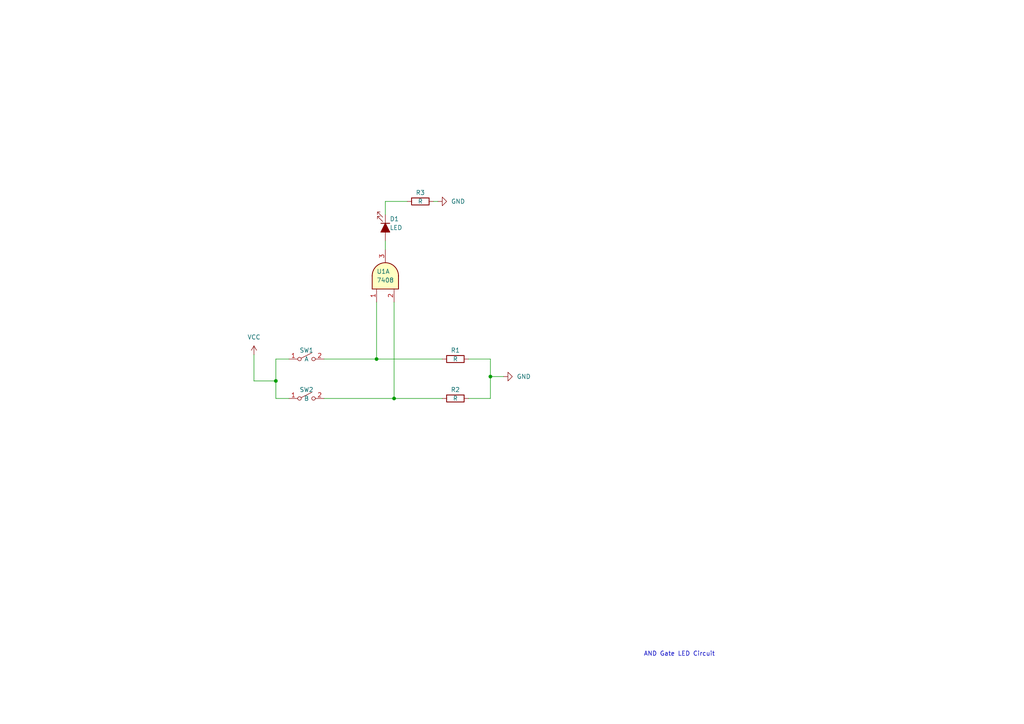
<source format=kicad_sch>
(kicad_sch (version 20211123) (generator eeschema)
  (paper "A4")
  (lib_symbols
    (symbol "74xx:74LS08" (pin_names (offset 1.016))
      (property "Reference" "U" (at 0 1.27 0))
      (property "Value" "74LS08" (at 0 -1.27 0))
      (symbol "74LS08_1_1"
        (arc (start 0 -3.81) (mid 3.81 0) (end 0 3.81) (stroke (width 0.254)) (fill (type background)))
        (polyline (pts (xy 0 3.81) (xy -3.81 3.81) (xy -3.81 -3.81) (xy 0 -3.81)) (stroke (width 0.254)) (fill (type background)))
        (pin input line (at -7.62 2.54 0) (length 3.81) (name "~") (number "1"))
        (pin input line (at -7.62 -2.54 0) (length 3.81) (name "~") (number "2"))
        (pin output line (at 7.62 0 180) (length 3.81) (name "~") (number "3"))
      )
      (symbol "74LS08_1_2"
        (arc (start -3.81 -3.81) (mid -2.589 0) (end -3.81 3.81) (stroke (width 0.254)))
        (arc (start -0.6096 -3.81) (mid 2.1842 -2.5851) (end 3.81 0) (stroke (width 0.254)) (fill (type background)))
        (polyline (pts (xy -3.81 -3.81) (xy -0.635 -3.81)) (stroke (width 0.254)) (fill (type background)))
        (polyline (pts (xy -3.81 3.81) (xy -0.635 3.81)) (stroke (width 0.254)) (fill (type background)))
        (polyline (pts (xy -0.635 3.81) (xy -3.81 3.81) (xy -3.81 3.81) (xy -3.556 3.4036) (xy -3.0226 2.2606) (xy -2.6924 1.0414) (xy -2.6162 -0.254) (xy -2.7686 -1.4986) (xy -3.175 -2.7178) (xy -3.81 -3.81) (xy -3.81 -3.81) (xy -0.635 -3.81)) (stroke (width -25.4)) (fill (type background)))
        (arc (start 3.81 0) (mid 2.1915 2.5936) (end -0.6096 3.81) (stroke (width 0.254)) (fill (type background)))
        (pin input inverted (at -7.62 2.54 0) (length 4.318) (name "~") (number "1"))
        (pin input inverted (at -7.62 -2.54 0) (length 4.318) (name "~") (number "2"))
        (pin output inverted (at 7.62 0 180) (length 3.81) (name "~") (number "3"))
      )
      (symbol "74LS08_2_1"
        (arc (start 0 -3.81) (mid 3.81 0) (end 0 3.81) (stroke (width 0.254)) (fill (type background)))
        (polyline (pts (xy 0 3.81) (xy -3.81 3.81) (xy -3.81 -3.81) (xy 0 -3.81)) (stroke (width 0.254)) (fill (type background)))
        (pin input line (at -7.62 2.54 0) (length 3.81) (name "~") (number "4"))
        (pin input line (at -7.62 -2.54 0) (length 3.81) (name "~") (number "5"))
        (pin output line (at 7.62 0 180) (length 3.81) (name "~") (number "6"))
      )
      (symbol "74LS08_2_2"
        (arc (start -3.81 -3.81) (mid -2.589 0) (end -3.81 3.81) (stroke (width 0.254)))
        (arc (start -0.6096 -3.81) (mid 2.1842 -2.5851) (end 3.81 0) (stroke (width 0.254)) (fill (type background)))
        (polyline (pts (xy -3.81 -3.81) (xy -0.635 -3.81)) (stroke (width 0.254)) (fill (type background)))
        (polyline (pts (xy -3.81 3.81) (xy -0.635 3.81)) (stroke (width 0.254)) (fill (type background)))
        (polyline (pts (xy -0.635 3.81) (xy -3.81 3.81) (xy -3.81 3.81) (xy -3.556 3.4036) (xy -3.0226 2.2606) (xy -2.6924 1.0414) (xy -2.6162 -0.254) (xy -2.7686 -1.4986) (xy -3.175 -2.7178) (xy -3.81 -3.81) (xy -3.81 -3.81) (xy -0.635 -3.81)) (stroke (width -25.4)) (fill (type background)))
        (arc (start 3.81 0) (mid 2.1915 2.5936) (end -0.6096 3.81) (stroke (width 0.254)) (fill (type background)))
        (pin input inverted (at -7.62 2.54 0) (length 4.318) (name "~") (number "4"))
        (pin input inverted (at -7.62 -2.54 0) (length 4.318) (name "~") (number "5"))
        (pin output inverted (at 7.62 0 180) (length 3.81) (name "~") (number "6"))
      )
      (symbol "74LS08_3_1"
        (arc (start 0 -3.81) (mid 3.81 0) (end 0 3.81) (stroke (width 0.254)) (fill (type background)))
        (polyline (pts (xy 0 3.81) (xy -3.81 3.81) (xy -3.81 -3.81) (xy 0 -3.81)) (stroke (width 0.254)) (fill (type background)))
        (pin input line (at -7.62 -2.54 0) (length 3.81) (name "~") (number "10"))
        (pin output line (at 7.62 0 180) (length 3.81) (name "~") (number "8"))
        (pin input line (at -7.62 2.54 0) (length 3.81) (name "~") (number "9"))
      )
      (symbol "74LS08_3_2"
        (arc (start -3.81 -3.81) (mid -2.589 0) (end -3.81 3.81) (stroke (width 0.254)))
        (arc (start -0.6096 -3.81) (mid 2.1842 -2.5851) (end 3.81 0) (stroke (width 0.254)) (fill (type background)))
        (polyline (pts (xy -3.81 -3.81) (xy -0.635 -3.81)) (stroke (width 0.254)) (fill (type background)))
        (polyline (pts (xy -3.81 3.81) (xy -0.635 3.81)) (stroke (width 0.254)) (fill (type background)))
        (polyline (pts (xy -0.635 3.81) (xy -3.81 3.81) (xy -3.81 3.81) (xy -3.556 3.4036) (xy -3.0226 2.2606) (xy -2.6924 1.0414) (xy -2.6162 -0.254) (xy -2.7686 -1.4986) (xy -3.175 -2.7178) (xy -3.81 -3.81) (xy -3.81 -3.81) (xy -0.635 -3.81)) (stroke (width -25.4)) (fill (type background)))
        (arc (start 3.81 0) (mid 2.1915 2.5936) (end -0.6096 3.81) (stroke (width 0.254)) (fill (type background)))
        (pin input inverted (at -7.62 -2.54 0) (length 4.318) (name "~") (number "10"))
        (pin output inverted (at 7.62 0 180) (length 3.81) (name "~") (number "8"))
        (pin input inverted (at -7.62 2.54 0) (length 4.318) (name "~") (number "9"))
      )
      (symbol "74LS08_4_1"
        (arc (start 0 -3.81) (mid 3.81 0) (end 0 3.81) (stroke (width 0.254)) (fill (type background)))
        (polyline (pts (xy 0 3.81) (xy -3.81 3.81) (xy -3.81 -3.81) (xy 0 -3.81)) (stroke (width 0.254)) (fill (type background)))
        (pin output line (at 7.62 0 180) (length 3.81) (name "~") (number "11"))
        (pin input line (at -7.62 2.54 0) (length 3.81) (name "~") (number "12"))
        (pin input line (at -7.62 -2.54 0) (length 3.81) (name "~") (number "13"))
      )
      (symbol "74LS08_4_2"
        (arc (start -3.81 -3.81) (mid -2.589 0) (end -3.81 3.81) (stroke (width 0.254)))
        (arc (start -0.6096 -3.81) (mid 2.1842 -2.5851) (end 3.81 0) (stroke (width 0.254)) (fill (type background)))
        (polyline (pts (xy -3.81 -3.81) (xy -0.635 -3.81)) (stroke (width 0.254)) (fill (type background)))
        (polyline (pts (xy -3.81 3.81) (xy -0.635 3.81)) (stroke (width 0.254)) (fill (type background)))
        (polyline (pts (xy -0.635 3.81) (xy -3.81 3.81) (xy -3.81 3.81) (xy -3.556 3.4036) (xy -3.0226 2.2606) (xy -2.6924 1.0414) (xy -2.6162 -0.254) (xy -2.7686 -1.4986) (xy -3.175 -2.7178) (xy -3.81 -3.81) (xy -3.81 -3.81) (xy -0.635 -3.81)) (stroke (width -25.4)) (fill (type background)))
        (arc (start 3.81 0) (mid 2.1915 2.5936) (end -0.6096 3.81) (stroke (width 0.254)) (fill (type background)))
        (pin output inverted (at 7.62 0 180) (length 3.81) (name "~") (number "11"))
        (pin input inverted (at -7.62 2.54 0) (length 4.318) (name "~") (number "12"))
        (pin input inverted (at -7.62 -2.54 0) (length 4.318) (name "~") (number "13"))
      )
      (symbol "74LS08_5_0"
        (pin power_in line (at 0 12.7 270) (length 5.08) (name "VCC") (number "14"))
        (pin power_in line (at 0 -12.7 90) (length 5.08) (name "GND") (number "7"))
      )
      (symbol "74LS08_5_1"
        (rectangle (start -5.08 7.62) (end 5.08 -7.62) (stroke (width 0.254)) (fill (type background)))
      )
    )
    (symbol "Device:LED_Filled" (pin_numbers hide) (pin_names (offset 1.016) hide)
      (property "Reference" "D" (at 0 2.54 0))
      (property "Value" "LED_Filled" (at 0 -2.54 0))
      (symbol "LED_Filled_0_1"
        (polyline (pts (xy -1.27 -1.27) (xy -1.27 1.27)) (stroke (width 0.254)))
        (polyline (pts (xy -1.27 0) (xy 1.27 0)))
        (polyline (pts (xy 1.27 -1.27) (xy 1.27 1.27) (xy -1.27 0) (xy 1.27 -1.27)) (stroke (width 0.254)) (fill (type outline)))
        (polyline (pts (xy -3.048 -0.762) (xy -4.572 -2.286) (xy -3.81 -2.286) (xy -4.572 -2.286) (xy -4.572 -1.524)))
        (polyline (pts (xy -1.778 -0.762) (xy -3.302 -2.286) (xy -2.54 -2.286) (xy -3.302 -2.286) (xy -3.302 -1.524)))
      )
      (symbol "LED_Filled_1_1"
        (pin passive line (at -3.81 0 0) (length 2.54) (name "K") (number "1"))
        (pin passive line (at 3.81 0 180) (length 2.54) (name "A") (number "2"))
      )
    )
    (symbol "Device:R" (pin_numbers hide) (pin_names (offset 0))
      (property "Reference" "R" (at 2.032 0 90))
      (property "Value" "R" (at 0 0 90))
      (symbol "R_0_1"
        (rectangle (start -1.016 -2.54) (end 1.016 2.54) (stroke (width 0.254)))
      )
      (symbol "R_1_1"
        (pin passive line (at 0 3.81 270) (length 1.27) (name "~") (number "1"))
        (pin passive line (at 0 -3.81 90) (length 1.27) (name "~") (number "2"))
      )
    )
    (symbol "Switch:SW_SPST" (pin_names (offset 0) hide)
      (property "Reference" "SW" (at 0 3.175 0))
      (property "Value" "SW_SPST" (at 0 -2.54 0))
      (symbol "SW_SPST_0_0"
        (circle (center -2.032 0) (radius 0.508))
        (polyline (pts (xy -1.524 0.254) (xy 1.524 1.778)))
        (circle (center 2.032 0) (radius 0.508))
      )
      (symbol "SW_SPST_1_1"
        (pin passive line (at -5.08 0 0) (length 2.54) (name "A") (number "1"))
        (pin passive line (at 5.08 0 180) (length 2.54) (name "B") (number "2"))
      )
    )
    (symbol "power:GND" (power) (pin_names (offset 0))
      (property "Value" "GND" (at 0 -3.81 0))
      (symbol "GND_0_1"
        (polyline (pts (xy 0 0) (xy 0 -1.27) (xy 1.27 -1.27) (xy 0 -2.54) (xy -1.27 -1.27) (xy 0 -1.27)))
      )
      (symbol "GND_1_1"
        (pin power_in line (at 0 0 270) (length 0) hide (name "GND") (number "1"))
      )
    )
    (symbol "power:VCC" (power) (pin_names (offset 0))
      (property "Value" "VCC" (at 0 3.81 0))
      (symbol "VCC_0_1"
        (polyline (pts (xy -0.762 1.27) (xy 0 2.54)))
        (polyline (pts (xy 0 0) (xy 0 2.54)))
        (polyline (pts (xy 0 2.54) (xy 0.762 1.27)))
      )
      (symbol "VCC_1_1"
        (pin power_in line (at 0 0 90) (length 0) hide (name "VCC") (number "1"))
      )
    )
  )
  (junction (at 114.3 115.57))
  (junction (at 80.01 110.49))
  (junction (at 109.22 104.14))
  (junction (at 142.24 109.22))
  (wire (pts (xy 111.76 69.85) (xy 111.76 72.39)))
  (wire (pts (xy 142.24 104.14) (xy 142.24 109.22)))
  (wire (pts (xy 142.24 115.57) (xy 135.89 115.57)))
  (wire (pts (xy 135.89 104.14) (xy 142.24 104.14)))
  (wire (pts (xy 73.66 102.87) (xy 73.66 110.49)))
  (wire (pts (xy 114.3 87.63) (xy 114.3 115.57)))
  (wire (pts (xy 93.98 115.57) (xy 114.3 115.57)))
  (wire (pts (xy 142.24 109.22) (xy 146.05 109.22)))
  (wire (pts (xy 114.3 115.57) (xy 128.27 115.57)))
  (wire (pts (xy 73.66 110.49) (xy 80.01 110.49)))
  (wire (pts (xy 109.22 104.14) (xy 128.27 104.14)))
  (wire (pts (xy 80.01 104.14) (xy 83.82 104.14)))
  (wire (pts (xy 111.76 62.23) (xy 111.76 58.42)))
  (wire (pts (xy 80.01 110.49) (xy 80.01 104.14)))
  (wire (pts (xy 125.73 58.42) (xy 127 58.42)))
  (wire (pts (xy 111.76 58.42) (xy 118.11 58.42)))
  (wire (pts (xy 93.98 104.14) (xy 109.22 104.14)))
  (wire (pts (xy 80.01 110.49) (xy 80.01 115.57)))
  (wire (pts (xy 109.22 87.63) (xy 109.22 104.14)))
  (wire (pts (xy 142.24 109.22) (xy 142.24 115.57)))
  (wire (pts (xy 80.01 115.57) (xy 83.82 115.57)))
  (text "AND Gate LED Circuit" (at 186.69 190.5 0) (effects (font (size 1.27 1.27)) (justify left bottom)))
  (symbol (lib_id "Switch:SW_SPST") (at 88.9 115.57 0) (unit 1)
    (property "Reference" "SW2" (at 88.9 113.03 0))
    (property "Value" "B" (at 88.9 115.57 0))
  )
  (symbol (lib_id "Device:R") (at 132.08 104.14 90) (unit 1)
    (property "Reference" "R1" (at 132.08 101.6 90))
    (property "Value" "R" (at 132.08 104.14 90))
  )
  (symbol (lib_id "Device:LED_Filled") (at 111.76 66.04 270) (unit 1)
    (property "Reference" "D1" (at 113.03 63.5 90) (effects (justify left)))
    (property "Value" "LED" (at 113.03 66.04 90) (effects (justify left)))
  )
  (symbol (lib_id "74xx:74LS08") (at 111.76 80.01 90) (unit 1)
    (property "Reference" "U1" (at 109.22 78.74 90) (effects (justify right)))
    (property "Value" "7408" (at 109.22 81.2799 90) (effects (justify right)))
    (property "Datasheet" "http://www.ti.com/lit/gpn/sn74LS08" (effects hide))
  )
  (symbol (lib_id "Device:R") (at 121.92 58.42 90) (unit 1)
    (property "Reference" "R3" (at 121.92 55.88 90))
    (property "Value" "R" (at 121.92 58.42 90))
  )
  (symbol (lib_id "Device:R") (at 132.08 115.57 90) (unit 1)
    (property "Reference" "R2" (at 132.08 113.03 90))
    (property "Value" "R" (at 132.08 115.57 90))
  )
  (symbol (lib_id "power:GND") (at 127 58.42 90) (unit 1)
    (property "Reference" "#PWR?" (effects hide))
    (property "Value" "GND" (at 130.81 58.4199 90) (effects (justify right)))
  )
  (symbol (lib_id "power:GND") (at 146.05 109.22 90) (unit 1)
    (property "Reference" "#PWR?" (effects hide))
    (property "Value" "GND" (at 149.86 109.2199 90) (effects (justify right)))
  )
  (symbol (lib_id "power:VCC") (at 73.66 102.87 0) (unit 1)
    (property "Reference" "#PWR?" (effects hide))
    (property "Value" "VCC" (at 73.66 97.79 0))
  )
  (symbol (lib_id "Switch:SW_SPST") (at 88.9 104.14 0) (unit 1)
    (property "Reference" "SW1" (at 88.9 101.6 0))
    (property "Value" "A" (at 88.9 104.14 0))
  )
)
</source>
